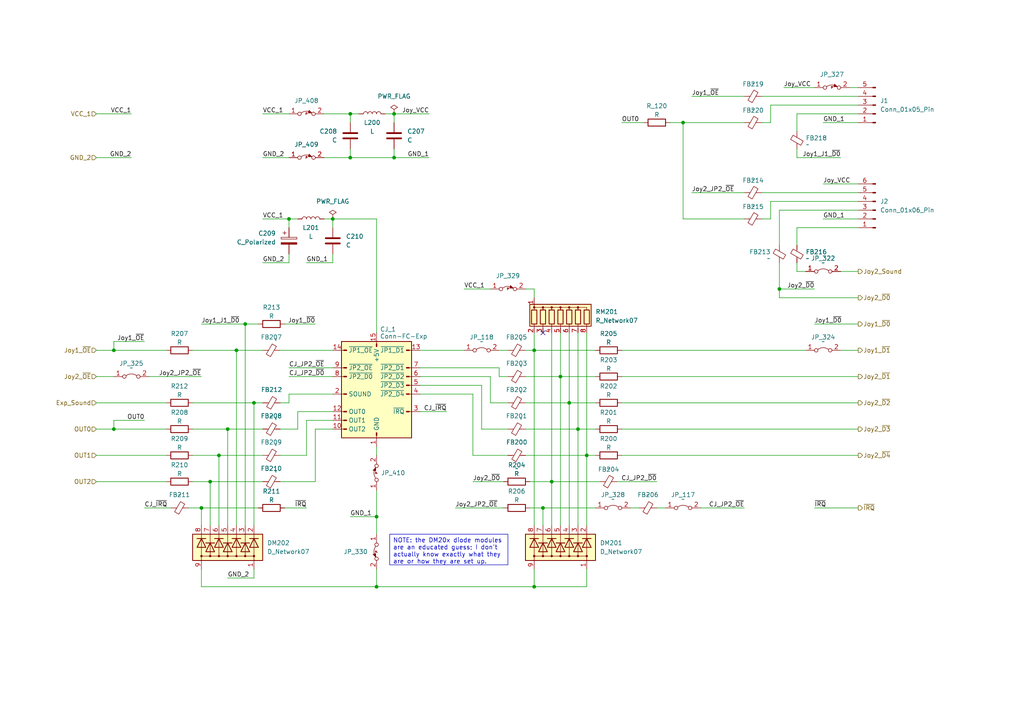
<source format=kicad_sch>
(kicad_sch (version 20231120) (generator "eeschema") (generator_version "8.0")
  (paper "A4")
  (lib_symbols
    (symbol "Connector:Conn_01x05_Pin" (pin_names (offset 1.016) hide)
      (property "Reference" "J" (at 0 7.62 0))
      (property "Value" "Conn_01x05_Pin" (at 0 -7.62 0))
      (symbol "Conn_01x05_Pin_1_1"
        (polyline (pts (xy 1.27 -5.08) (xy 0.8636 -5.08)) (stroke (width 0.1524)))
        (polyline (pts (xy 1.27 -2.54) (xy 0.8636 -2.54)) (stroke (width 0.1524)))
        (polyline (pts (xy 1.27 0) (xy 0.8636 0)) (stroke (width 0.1524)))
        (polyline (pts (xy 1.27 2.54) (xy 0.8636 2.54)) (stroke (width 0.1524)))
        (polyline (pts (xy 1.27 5.08) (xy 0.8636 5.08)) (stroke (width 0.1524)))
        (rectangle (start 0.8636 -4.953) (end 0 -5.207) (stroke (width 0.1524)) (fill (type outline)))
        (rectangle (start 0.8636 -2.413) (end 0 -2.667) (stroke (width 0.1524)) (fill (type outline)))
        (rectangle (start 0.8636 0.127) (end 0 -0.127) (stroke (width 0.1524)) (fill (type outline)))
        (rectangle (start 0.8636 2.667) (end 0 2.413) (stroke (width 0.1524)) (fill (type outline)))
        (rectangle (start 0.8636 5.207) (end 0 4.953) (stroke (width 0.1524)) (fill (type outline)))
        (pin passive line (at 5.08 5.08 180) (length 3.81) (name "Pin_1") (number "1"))
        (pin passive line (at 5.08 2.54 180) (length 3.81) (name "Pin_2") (number "2"))
        (pin passive line (at 5.08 0 180) (length 3.81) (name "Pin_3") (number "3"))
        (pin passive line (at 5.08 -2.54 180) (length 3.81) (name "Pin_4") (number "4"))
        (pin passive line (at 5.08 -5.08 180) (length 3.81) (name "Pin_5") (number "5"))
      )
    )
    (symbol "Connector:Conn_01x06_Pin" (pin_names (offset 1.016) hide)
      (property "Reference" "J" (at 0 7.62 0))
      (property "Value" "Conn_01x06_Pin" (at 0 -10.16 0))
      (symbol "Conn_01x06_Pin_1_1"
        (polyline (pts (xy 1.27 -7.62) (xy 0.8636 -7.62)) (stroke (width 0.1524)))
        (polyline (pts (xy 1.27 -5.08) (xy 0.8636 -5.08)) (stroke (width 0.1524)))
        (polyline (pts (xy 1.27 -2.54) (xy 0.8636 -2.54)) (stroke (width 0.1524)))
        (polyline (pts (xy 1.27 0) (xy 0.8636 0)) (stroke (width 0.1524)))
        (polyline (pts (xy 1.27 2.54) (xy 0.8636 2.54)) (stroke (width 0.1524)))
        (polyline (pts (xy 1.27 5.08) (xy 0.8636 5.08)) (stroke (width 0.1524)))
        (rectangle (start 0.8636 -7.493) (end 0 -7.747) (stroke (width 0.1524)) (fill (type outline)))
        (rectangle (start 0.8636 -4.953) (end 0 -5.207) (stroke (width 0.1524)) (fill (type outline)))
        (rectangle (start 0.8636 -2.413) (end 0 -2.667) (stroke (width 0.1524)) (fill (type outline)))
        (rectangle (start 0.8636 0.127) (end 0 -0.127) (stroke (width 0.1524)) (fill (type outline)))
        (rectangle (start 0.8636 2.667) (end 0 2.413) (stroke (width 0.1524)) (fill (type outline)))
        (rectangle (start 0.8636 5.207) (end 0 4.953) (stroke (width 0.1524)) (fill (type outline)))
        (pin passive line (at 5.08 5.08 180) (length 3.81) (name "Pin_1") (number "1"))
        (pin passive line (at 5.08 2.54 180) (length 3.81) (name "Pin_2") (number "2"))
        (pin passive line (at 5.08 0 180) (length 3.81) (name "Pin_3") (number "3"))
        (pin passive line (at 5.08 -2.54 180) (length 3.81) (name "Pin_4") (number "4"))
        (pin passive line (at 5.08 -5.08 180) (length 3.81) (name "Pin_5") (number "5"))
        (pin passive line (at 5.08 -7.62 180) (length 3.81) (name "Pin_6") (number "6"))
      )
    )
    (symbol "Device:C" (pin_numbers hide) (pin_names (offset 0.254))
      (property "Reference" "C" (at 0.635 2.54 0))
      (property "Value" "C" (at 0.635 -2.54 0))
      (symbol "C_0_1"
        (polyline (pts (xy -2.032 -0.762) (xy 2.032 -0.762)) (stroke (width 0.508)))
        (polyline (pts (xy -2.032 0.762) (xy 2.032 0.762)) (stroke (width 0.508)))
      )
      (symbol "C_1_1"
        (pin passive line (at 0 3.81 270) (length 2.794) (name "~") (number "1"))
        (pin passive line (at 0 -3.81 90) (length 2.794) (name "~") (number "2"))
      )
    )
    (symbol "Device:C_Polarized" (pin_numbers hide) (pin_names (offset 0.254))
      (property "Reference" "C" (at 0.635 2.54 0))
      (property "Value" "C_Polarized" (at 0.635 -2.54 0))
      (symbol "C_Polarized_0_1"
        (rectangle (start -2.286 0.508) (end 2.286 1.016))
        (polyline (pts (xy -1.778 2.286) (xy -0.762 2.286)))
        (polyline (pts (xy -1.27 2.794) (xy -1.27 1.778)))
        (rectangle (start 2.286 -0.508) (end -2.286 -1.016) (fill (type outline)))
      )
      (symbol "C_Polarized_1_1"
        (pin passive line (at 0 3.81 270) (length 2.794) (name "~") (number "1"))
        (pin passive line (at 0 -3.81 90) (length 2.794) (name "~") (number "2"))
      )
    )
    (symbol "Device:FerriteBead_Small" (pin_numbers hide) (pin_names (offset 0))
      (property "Reference" "FB" (at 1.905 1.27 0))
      (property "Value" "FerriteBead_Small" (at 1.905 -1.27 0))
      (symbol "FerriteBead_Small_0_1"
        (polyline (pts (xy 0 -1.27) (xy 0 -0.7874)))
        (polyline (pts (xy 0 0.889) (xy 0 1.2954)))
        (polyline (pts (xy -1.8288 0.2794) (xy -1.1176 1.4986) (xy 1.8288 -0.2032) (xy 1.1176 -1.4224) (xy -1.8288 0.2794)))
      )
      (symbol "FerriteBead_Small_1_1"
        (pin passive line (at 0 2.54 270) (length 1.27) (name "~") (number "1"))
        (pin passive line (at 0 -2.54 90) (length 1.27) (name "~") (number "2"))
      )
    )
    (symbol "Device:L" (pin_numbers hide) (pin_names (offset 1.016) hide)
      (property "Reference" "L" (at -1.27 0 90))
      (property "Value" "L" (at 1.905 0 90))
      (symbol "L_0_1"
        (arc (start 0 -2.54) (mid 0.6323 -1.905) (end 0 -1.27))
        (arc (start 0 -1.27) (mid 0.6323 -0.635) (end 0 0))
        (arc (start 0 0) (mid 0.6323 0.635) (end 0 1.27))
        (arc (start 0 1.27) (mid 0.6323 1.905) (end 0 2.54))
      )
      (symbol "L_1_1"
        (pin passive line (at 0 3.81 270) (length 1.27) (name "1") (number "1"))
        (pin passive line (at 0 -3.81 90) (length 1.27) (name "2") (number "2"))
      )
    )
    (symbol "Device:R" (pin_numbers hide) (pin_names (offset 0))
      (property "Reference" "R" (at 2.032 0 90))
      (property "Value" "R" (at 0 0 90))
      (symbol "R_0_1"
        (rectangle (start -1.016 -2.54) (end 1.016 2.54) (stroke (width 0.254)))
      )
      (symbol "R_1_1"
        (pin passive line (at 0 3.81 270) (length 1.27) (name "~") (number "1"))
        (pin passive line (at 0 -3.81 90) (length 1.27) (name "~") (number "2"))
      )
    )
    (symbol "Device:R_Network07" (pin_names (offset 0) hide)
      (property "Reference" "RN" (at -10.16 0 90))
      (property "Value" "R_Network07" (at 10.16 0 90))
      (symbol "R_Network07_0_1"
        (rectangle (start -8.89 -3.175) (end 8.89 3.175) (stroke (width 0.254)) (fill (type background)))
        (rectangle (start -8.382 1.524) (end -6.858 -2.54) (stroke (width 0.254)))
        (circle (center -7.62 2.286) (radius 0.254) (fill (type outline)))
        (rectangle (start -5.842 1.524) (end -4.318 -2.54) (stroke (width 0.254)))
        (circle (center -5.08 2.286) (radius 0.254) (fill (type outline)))
        (rectangle (start -3.302 1.524) (end -1.778 -2.54) (stroke (width 0.254)))
        (circle (center -2.54 2.286) (radius 0.254) (fill (type outline)))
        (rectangle (start -0.762 1.524) (end 0.762 -2.54) (stroke (width 0.254)))
        (polyline (pts (xy -7.62 -2.54) (xy -7.62 -3.81)))
        (polyline (pts (xy -5.08 -2.54) (xy -5.08 -3.81)))
        (polyline (pts (xy -2.54 -2.54) (xy -2.54 -3.81)))
        (polyline (pts (xy 0 -2.54) (xy 0 -3.81)))
        (polyline (pts (xy 2.54 -2.54) (xy 2.54 -3.81)))
        (polyline (pts (xy 5.08 -2.54) (xy 5.08 -3.81)))
        (polyline (pts (xy 7.62 -2.54) (xy 7.62 -3.81)))
        (polyline (pts (xy -7.62 1.524) (xy -7.62 2.286) (xy -5.08 2.286) (xy -5.08 1.524)))
        (polyline (pts (xy -5.08 1.524) (xy -5.08 2.286) (xy -2.54 2.286) (xy -2.54 1.524)))
        (polyline (pts (xy -2.54 1.524) (xy -2.54 2.286) (xy 0 2.286) (xy 0 1.524)))
        (polyline (pts (xy 0 1.524) (xy 0 2.286) (xy 2.54 2.286) (xy 2.54 1.524)))
        (polyline (pts (xy 2.54 1.524) (xy 2.54 2.286) (xy 5.08 2.286) (xy 5.08 1.524)))
        (polyline (pts (xy 5.08 1.524) (xy 5.08 2.286) (xy 7.62 2.286) (xy 7.62 1.524)))
        (circle (center 0 2.286) (radius 0.254) (fill (type outline)))
        (rectangle (start 1.778 1.524) (end 3.302 -2.54) (stroke (width 0.254)))
        (circle (center 2.54 2.286) (radius 0.254) (fill (type outline)))
        (rectangle (start 4.318 1.524) (end 5.842 -2.54) (stroke (width 0.254)))
        (circle (center 5.08 2.286) (radius 0.254) (fill (type outline)))
        (rectangle (start 6.858 1.524) (end 8.382 -2.54) (stroke (width 0.254)))
      )
      (symbol "R_Network07_1_1"
        (pin passive line (at -7.62 5.08 270) (length 2.54) (name "common") (number "1"))
        (pin passive line (at -7.62 -5.08 90) (length 1.27) (name "R1") (number "2"))
        (pin passive line (at -5.08 -5.08 90) (length 1.27) (name "R2") (number "3"))
        (pin passive line (at -2.54 -5.08 90) (length 1.27) (name "R3") (number "4"))
        (pin passive line (at 0 -5.08 90) (length 1.27) (name "R4") (number "5"))
        (pin passive line (at 2.54 -5.08 90) (length 1.27) (name "R5") (number "6"))
        (pin passive line (at 5.08 -5.08 90) (length 1.27) (name "R6") (number "7"))
        (pin passive line (at 7.62 -5.08 90) (length 1.27) (name "R7") (number "8"))
      )
    )
    (symbol "FerriteBead_Small_1" (pin_numbers hide) (pin_names (offset 0))
      (property "Reference" "FB" (at 1.905 1.27 0))
      (property "Value" "FerriteBead_Small" (at 1.905 -1.27 0))
      (symbol "FerriteBead_Small_1_0_1"
        (polyline (pts (xy 0 -1.27) (xy 0 -0.7874)))
        (polyline (pts (xy 0 0.889) (xy 0 1.2954)))
        (polyline (pts (xy -1.8288 0.2794) (xy -1.1176 1.4986) (xy 1.8288 -0.2032) (xy 1.1176 -1.4224) (xy -1.8288 0.2794)))
      )
      (symbol "FerriteBead_Small_1_1_1"
        (pin passive line (at 0 2.54 270) (length 1.27) (name "~") (number "1"))
        (pin passive line (at 0 -2.54 90) (length 1.27) (name "~") (number "2"))
      )
    )
    (symbol "Jumper:Jumper_2_Bridged" (pin_names (offset 0) hide)
      (property "Reference" "JP" (at 0 1.905 0))
      (property "Value" "Jumper_2_Bridged" (at 0 -2.54 0))
      (symbol "Jumper_2_Bridged_0_0"
        (circle (center -2.032 0) (radius 0.508))
        (circle (center 2.032 0) (radius 0.508))
      )
      (symbol "Jumper_2_Bridged_0_1"
        (arc (start 1.524 0.254) (mid 0 0.762) (end -1.524 0.254))
      )
      (symbol "Jumper_2_Bridged_1_1"
        (pin passive line (at -5.08 0 0) (length 2.54) (name "A") (number "1"))
        (pin passive line (at 5.08 0 180) (length 2.54) (name "B") (number "2"))
      )
    )
    (symbol "power:PWR_FLAG" (power) (pin_numbers hide) (pin_names (offset 0) hide)
      (property "Value" "PWR_FLAG" (at 0 3.81 0))
      (symbol "PWR_FLAG_0_0"
        (pin power_out line (at 0 0 90) (length 0) (name "~") (number "1"))
      )
      (symbol "PWR_FLAG_0_1"
        (polyline (pts (xy 0 0) (xy 0 1.27) (xy -1.016 1.905) (xy 0 2.54) (xy 1.016 1.905) (xy 0 1.27)))
      )
    )
    (symbol "project-lib:Conn-FC-Exp" (pin_names (offset 2.032))
      (property "Reference" "J" (at 1.778 17.526 0))
      (property "Value" "Conn-FC-Exp" (at 7.874 15.494 0))
      (symbol "Conn-FC-Exp_0_1"
        (rectangle (start -10.16 13.97) (end 10.16 -13.97) (stroke (width 0.254)) (fill (type background)))
      )
      (symbol "Conn-FC-Exp_1_1"
        (rectangle (start -9.525 -11.303) (end -8.6614 -11.557) (stroke (width 0.1524)) (fill (type outline)))
        (rectangle (start -8.6614 -9.017) (end -9.525 -8.763) (stroke (width 0.1524)) (fill (type outline)))
        (rectangle (start -8.6614 -6.477) (end -9.525 -6.223) (stroke (width 0.1524)) (fill (type outline)))
        (rectangle (start -8.6614 -1.397) (end -9.525 -1.143) (stroke (width 0.1524)) (fill (type outline)))
        (rectangle (start -8.6614 3.683) (end -9.525 3.937) (stroke (width 0.1524)) (fill (type outline)))
        (rectangle (start -8.6614 6.223) (end -9.525 6.477) (stroke (width 0.1524)) (fill (type outline)))
        (rectangle (start -8.6614 11.303) (end -9.525 11.557) (stroke (width 0.1524)) (fill (type outline)))
        (rectangle (start -0.127 -12.446) (end 0.127 -13.3096) (stroke (width 0.1524)) (fill (type outline)))
        (rectangle (start -0.127 13.335) (end 0.127 12.4714) (stroke (width 0.1524)) (fill (type outline)))
        (polyline (pts (xy -10.16 -11.43) (xy -9.525 -11.43)) (stroke (width 0.1524)))
        (polyline (pts (xy -10.16 -8.89) (xy -9.525 -8.89)) (stroke (width 0.1524)))
        (polyline (pts (xy -10.16 -6.35) (xy -9.525 -6.35)) (stroke (width 0.1524)))
        (polyline (pts (xy -10.16 -1.27) (xy -9.525 -1.27)) (stroke (width 0.1524)))
        (polyline (pts (xy -10.16 3.81) (xy -9.525 3.81)) (stroke (width 0.1524)))
        (polyline (pts (xy -10.16 6.35) (xy -9.525 6.35)) (stroke (width 0.1524)))
        (polyline (pts (xy -10.16 11.43) (xy -9.525 11.43)) (stroke (width 0.1524)))
        (polyline (pts (xy 0 -13.97) (xy 0 -13.335)) (stroke (width 0.1524)))
        (polyline (pts (xy 0 13.97) (xy 0 13.335)) (stroke (width 0.1524)))
        (polyline (pts (xy 10.16 -6.35) (xy 9.525 -6.35)) (stroke (width 0.1524)))
        (polyline (pts (xy 10.16 -1.27) (xy 9.525 -1.27)) (stroke (width 0.1524)))
        (polyline (pts (xy 10.16 1.27) (xy 9.525 1.27)) (stroke (width 0.1524)))
        (polyline (pts (xy 10.16 3.81) (xy 9.525 3.81)) (stroke (width 0.1524)))
        (polyline (pts (xy 10.16 6.35) (xy 9.525 6.35)) (stroke (width 0.1524)))
        (polyline (pts (xy 10.16 11.43) (xy 9.525 11.43)) (stroke (width 0.1524)))
        (rectangle (start 8.636 -6.223) (end 9.4996 -6.477) (stroke (width 0.1524)) (fill (type outline)))
        (rectangle (start 8.636 -1.143) (end 9.4996 -1.397) (stroke (width 0.1524)) (fill (type outline)))
        (rectangle (start 8.636 1.397) (end 9.4996 1.143) (stroke (width 0.1524)) (fill (type outline)))
        (rectangle (start 8.636 3.937) (end 9.4996 3.683) (stroke (width 0.1524)) (fill (type outline)))
        (rectangle (start 8.636 6.477) (end 9.4996 6.223) (stroke (width 0.1524)) (fill (type outline)))
        (rectangle (start 8.636 11.557) (end 9.4996 11.303) (stroke (width 0.1524)) (fill (type outline)))
        (pin power_in line (at 0 -16.51 90) (length 2.54) (name "GND") (number "1"))
        (pin input line (at -12.7 -11.43 0) (length 2.54) (name "OUT2") (number "10"))
        (pin input line (at -12.7 -8.89 0) (length 2.54) (name "OUT1") (number "11"))
        (pin input line (at -12.7 -6.35 0) (length 2.54) (name "OUT0") (number "12"))
        (pin output line (at 12.7 11.43 180) (length 2.54) (name "~{JP1_D1}") (number "13"))
        (pin input line (at -12.7 11.43 0) (length 2.54) (name "~{JP1_OE}") (number "14"))
        (pin power_in line (at 0 16.51 270) (length 2.54) (name "+5V") (number "15"))
        (pin input line (at -12.7 -1.27 0) (length 2.54) (name "SOUND") (number "2"))
        (pin open_collector line (at 12.7 -6.35 180) (length 2.54) (name "~{IRQ}") (number "3"))
        (pin output line (at 12.7 -1.27 180) (length 2.54) (name "~{JP2_D4}") (number "4"))
        (pin output line (at 12.7 1.27 180) (length 2.54) (name "~{JP2_D3}") (number "5"))
        (pin output line (at 12.7 3.81 180) (length 2.54) (name "~{JP2_D2}") (number "6"))
        (pin output line (at 12.7 6.35 180) (length 2.54) (name "~{JP2_D1}") (number "7"))
        (pin input line (at -12.7 3.81 0) (length 2.54) (name "~{JP2_D0}") (number "8"))
        (pin input line (at -12.7 6.35 0) (length 2.54) (name "~{JP2_OE}") (number "9"))
      )
    )
    (symbol "project-lib:D_Network07" (pin_names hide)
      (property "Reference" "DM" (at -4.064 12.7 0))
      (property "Value" "D_Network07" (at -4.064 10.668 0))
      (symbol "D_Network07_0_1"
        (rectangle (start -3.81 10.16) (end 3.81 -10.16) (stroke (width 0.254)) (fill (type background)))
        (polyline (pts (xy -2.54 -6.35) (xy -2.54 -8.89)) (stroke (width 0.254)))
        (polyline (pts (xy -2.54 -1.27) (xy -2.54 -3.81)) (stroke (width 0.254)))
        (polyline (pts (xy -2.54 3.81) (xy -2.54 1.27)) (stroke (width 0.254)))
        (polyline (pts (xy -2.54 8.89) (xy -2.54 6.35)) (stroke (width 0.254)))
        (polyline (pts (xy -1.27 -3.81) (xy -1.27 -6.35)) (stroke (width 0.254)))
        (polyline (pts (xy -1.27 1.27) (xy -1.27 -1.27)) (stroke (width 0.254)))
        (polyline (pts (xy -1.27 6.35) (xy -1.27 3.81)) (stroke (width 0.254)))
        (polyline (pts (xy 2.54 -5.08) (xy -3.81 -5.08)))
        (polyline (pts (xy 2.54 -2.54) (xy -3.81 -2.54)))
        (polyline (pts (xy 2.54 0) (xy -3.81 0)))
        (polyline (pts (xy 2.54 2.54) (xy -3.81 2.54)))
        (polyline (pts (xy 2.54 5.08) (xy -3.81 5.08)))
        (polyline (pts (xy 2.54 7.62) (xy 2.54 -7.62)))
        (polyline (pts (xy 3.81 -7.62) (xy -3.81 -7.62)))
        (polyline (pts (xy 3.81 7.62) (xy -3.81 7.62)))
        (polyline (pts (xy 0 -6.35) (xy 0 -8.89) (xy -2.54 -7.62) (xy 0 -6.35)) (stroke (width 0.254)))
        (polyline (pts (xy 0 -1.27) (xy 0 -3.81) (xy -2.54 -2.54) (xy 0 -1.27)) (stroke (width 0.254)))
        (polyline (pts (xy 0 3.81) (xy 0 1.27) (xy -2.54 2.54) (xy 0 3.81)) (stroke (width 0.254)))
        (polyline (pts (xy 0 8.89) (xy 0 6.35) (xy -2.54 7.62) (xy 0 8.89)) (stroke (width 0.254)))
        (polyline (pts (xy 1.27 -3.81) (xy 1.27 -6.35) (xy -1.27 -5.08) (xy 1.27 -3.81)) (stroke (width 0.254)))
        (polyline (pts (xy 1.27 1.27) (xy 1.27 -1.27) (xy -1.27 0) (xy 1.27 1.27)) (stroke (width 0.254)))
        (polyline (pts (xy 1.27 6.35) (xy 1.27 3.81) (xy -1.27 5.08) (xy 1.27 6.35)) (stroke (width 0.254)))
        (circle (center 2.54 -7.62) (radius 0.254) (fill (type outline)))
        (circle (center 2.54 -5.08) (radius 0.254) (fill (type outline)))
        (circle (center 2.54 -2.54) (radius 0.254) (fill (type outline)))
        (circle (center 2.54 0) (radius 0.254) (fill (type outline)))
        (circle (center 2.54 2.54) (radius 0.254) (fill (type outline)))
        (circle (center 2.54 5.08) (radius 0.254) (fill (type outline)))
        (circle (center 2.54 7.62) (radius 0.254) (fill (type outline)))
      )
      (symbol "D_Network07_1_1"
        (pin passive line (at 6.35 7.62 180) (length 2.54) (name "A") (number "1"))
        (pin passive line (at -6.35 7.62 0) (length 2.54) (name "K1") (number "2"))
        (pin passive line (at -6.35 5.08 0) (length 2.54) (name "K2") (number "3"))
        (pin passive line (at -6.35 2.54 0) (length 2.54) (name "K3") (number "4"))
        (pin passive line (at -6.35 0 0) (length 2.54) (name "K4") (number "5"))
        (pin passive line (at -6.35 -2.54 0) (length 2.54) (name "K5") (number "6"))
        (pin passive line (at -6.35 -5.08 0) (length 2.54) (name "K6") (number "7"))
        (pin passive line (at -6.35 -7.62 0) (length 2.54) (name "K7") (number "8"))
        (pin passive line (at 6.35 -7.62 180) (length 2.54) (name "A2") (number "9"))
      )
    )
    (symbol "project-lib:Jumper_Power_2_Bridged" (pin_names (offset 0) hide)
      (property "Reference" "JP" (at 0 1.905 0))
      (property "Value" "Jumper_Power_2_Bridged" (at 0 -2.54 0))
      (symbol "Jumper_Power_2_Bridged_0_0"
        (circle (center -2.032 0) (radius 0.508))
        (circle (center 2.032 0) (radius 0.508))
      )
      (symbol "Jumper_Power_2_Bridged_0_1"
        (polyline (pts (xy 0.762 1.016) (xy 0.508 0.254) (xy 1.524 0.254) (xy 0.762 1.016)) (fill (type outline)))
        (arc (start 1.524 0.254) (mid 0 0.762) (end -1.524 0.254))
      )
      (symbol "Jumper_Power_2_Bridged_1_1"
        (text "P" (at 0 0 0) (effects (font (size 0.635 0.635))))
        (pin power_in line (at -5.08 0 0) (length 2.54) (name "A") (number "1"))
        (pin power_out line (at 5.08 0 180) (length 2.54) (name "B") (number "2"))
      )
    )
  )
  (junction (at 33.02 124.46))
  (junction (at 226.06 83.82))
  (junction (at 101.6 45.72))
  (junction (at 160.02 139.7))
  (junction (at 109.22 170.18))
  (junction (at 33.02 101.6))
  (junction (at 73.66 116.84))
  (junction (at 154.94 170.18))
  (junction (at 66.04 124.46))
  (junction (at 68.58 101.6))
  (junction (at 71.12 93.98))
  (junction (at 198.12 35.56))
  (junction (at 170.18 132.08))
  (junction (at 83.82 63.5))
  (junction (at 162.56 109.22))
  (junction (at 157.48 147.32))
  (junction (at 63.5 132.08))
  (junction (at 96.52 63.5))
  (junction (at 101.6 33.02))
  (junction (at 167.64 124.46))
  (junction (at 60.96 139.7))
  (junction (at 114.3 33.02))
  (junction (at 114.3 45.72))
  (junction (at 154.94 101.6))
  (junction (at 109.22 149.86))
  (junction (at 165.1 116.84))
  (junction (at 58.42 147.32))
  (no_connect (at 157.48 96.52))
  (wire (pts (xy 137.16 114.3) (xy 121.92 114.3)))
  (wire (pts (xy 180.34 116.84) (xy 248.92 116.84)))
  (wire (pts (xy 27.94 33.02) (xy 38.1 33.02)))
  (wire (pts (xy 109.22 63.5) (xy 109.22 96.52)))
  (wire (pts (xy 248.92 55.88) (xy 220.98 55.88)))
  (wire (pts (xy 114.3 33.02) (xy 111.76 33.02)))
  (wire (pts (xy 227.33 25.4) (xy 236.22 25.4)))
  (wire (pts (xy 162.56 109.22) (xy 172.72 109.22)))
  (wire (pts (xy 81.28 132.08) (xy 88.9 132.08)))
  (wire (pts (xy 157.48 147.32) (xy 157.48 152.4)))
  (wire (pts (xy 185.42 147.32) (xy 182.88 147.32)))
  (wire (pts (xy 114.3 45.72) (xy 124.46 45.72)))
  (wire (pts (xy 231.14 66.04) (xy 248.92 66.04)))
  (wire (pts (xy 236.22 93.98) (xy 248.92 93.98)))
  (wire (pts (xy 109.22 165.1) (xy 109.22 170.18)))
  (wire (pts (xy 231.14 78.74) (xy 231.14 76.2)))
  (wire (pts (xy 152.4 83.82) (xy 154.94 83.82)))
  (wire (pts (xy 198.12 63.5) (xy 215.9 63.5)))
  (wire (pts (xy 66.04 124.46) (xy 66.04 152.4)))
  (wire (pts (xy 134.62 83.82) (xy 142.24 83.82)))
  (wire (pts (xy 114.3 45.72) (xy 101.6 45.72)))
  (wire (pts (xy 82.55 147.32) (xy 88.9 147.32)))
  (wire (pts (xy 220.98 35.56) (xy 223.52 35.56)))
  (wire (pts (xy 121.92 119.38) (xy 129.54 119.38)))
  (wire (pts (xy 27.94 101.6) (xy 33.02 101.6)))
  (wire (pts (xy 88.9 132.08) (xy 88.9 121.92)))
  (wire (pts (xy 139.7 124.46) (xy 147.32 124.46)))
  (wire (pts (xy 180.34 132.08) (xy 248.92 132.08)))
  (wire (pts (xy 27.94 109.22) (xy 33.02 109.22)))
  (wire (pts (xy 180.34 109.22) (xy 248.92 109.22)))
  (wire (pts (xy 33.02 101.6) (xy 48.26 101.6)))
  (wire (pts (xy 154.94 86.36) (xy 154.94 83.82)))
  (wire (pts (xy 152.4 132.08) (xy 170.18 132.08)))
  (wire (pts (xy 146.05 147.32) (xy 132.08 147.32)))
  (wire (pts (xy 193.04 147.32) (xy 190.5 147.32)))
  (wire (pts (xy 109.22 170.18) (xy 154.94 170.18)))
  (wire (pts (xy 76.2 76.2) (xy 83.82 76.2)))
  (wire (pts (xy 76.2 33.02) (xy 83.82 33.02)))
  (wire (pts (xy 91.44 124.46) (xy 96.52 124.46)))
  (wire (pts (xy 139.7 111.76) (xy 121.92 111.76)))
  (wire (pts (xy 81.28 139.7) (xy 91.44 139.7)))
  (wire (pts (xy 60.96 139.7) (xy 76.2 139.7)))
  (wire (pts (xy 146.05 139.7) (xy 137.16 139.7)))
  (wire (pts (xy 73.66 116.84) (xy 73.66 152.4)))
  (wire (pts (xy 231.14 33.02) (xy 248.92 33.02)))
  (wire (pts (xy 63.5 132.08) (xy 63.5 152.4)))
  (wire (pts (xy 152.4 124.46) (xy 167.64 124.46)))
  (wire (pts (xy 93.98 63.5) (xy 96.52 63.5)))
  (wire (pts (xy 180.34 35.56) (xy 186.69 35.56)))
  (wire (pts (xy 74.93 147.32) (xy 58.42 147.32)))
  (wire (pts (xy 154.94 170.18) (xy 170.18 170.18)))
  (wire (pts (xy 248.92 60.96) (xy 226.06 60.96)))
  (wire (pts (xy 91.44 139.7) (xy 91.44 124.46)))
  (wire (pts (xy 165.1 116.84) (xy 172.72 116.84)))
  (wire (pts (xy 137.16 132.08) (xy 137.16 114.3)))
  (wire (pts (xy 27.94 116.84) (xy 48.26 116.84)))
  (wire (pts (xy 238.76 35.56) (xy 248.92 35.56)))
  (wire (pts (xy 101.6 45.72) (xy 101.6 43.18)))
  (wire (pts (xy 243.84 101.6) (xy 248.92 101.6)))
  (wire (pts (xy 152.4 101.6) (xy 154.94 101.6)))
  (wire (pts (xy 86.36 63.5) (xy 83.82 63.5)))
  (wire (pts (xy 233.68 78.74) (xy 231.14 78.74)))
  (wire (pts (xy 167.64 124.46) (xy 167.64 152.4)))
  (wire (pts (xy 76.2 45.72) (xy 83.82 45.72)))
  (wire (pts (xy 231.14 45.72) (xy 231.14 43.18)))
  (wire (pts (xy 223.52 63.5) (xy 220.98 63.5)))
  (wire (pts (xy 236.22 83.82) (xy 226.06 83.82)))
  (wire (pts (xy 83.82 63.5) (xy 83.82 66.04)))
  (wire (pts (xy 66.04 167.64) (xy 73.66 167.64)))
  (wire (pts (xy 104.14 33.02) (xy 101.6 33.02)))
  (wire (pts (xy 170.18 170.18) (xy 170.18 165.1)))
  (wire (pts (xy 96.52 76.2) (xy 96.52 73.66)))
  (wire (pts (xy 167.64 96.52) (xy 167.64 124.46)))
  (wire (pts (xy 83.82 106.68) (xy 96.52 106.68)))
  (wire (pts (xy 55.88 132.08) (xy 63.5 132.08)))
  (wire (pts (xy 165.1 96.52) (xy 165.1 116.84)))
  (wire (pts (xy 60.96 139.7) (xy 60.96 152.4)))
  (wire (pts (xy 86.36 119.38) (xy 96.52 119.38)))
  (wire (pts (xy 33.02 101.6) (xy 33.02 99.06)))
  (wire (pts (xy 142.24 116.84) (xy 147.32 116.84)))
  (wire (pts (xy 200.66 27.94) (xy 215.9 27.94)))
  (wire (pts (xy 152.4 116.84) (xy 165.1 116.84)))
  (wire (pts (xy 144.78 106.68) (xy 121.92 106.68)))
  (wire (pts (xy 223.52 58.42) (xy 223.52 63.5)))
  (wire (pts (xy 248.92 58.42) (xy 223.52 58.42)))
  (wire (pts (xy 226.06 83.82) (xy 226.06 86.36)))
  (wire (pts (xy 160.02 139.7) (xy 173.99 139.7)))
  (wire (pts (xy 153.67 139.7) (xy 160.02 139.7)))
  (wire (pts (xy 121.92 101.6) (xy 134.62 101.6)))
  (wire (pts (xy 180.34 101.6) (xy 233.68 101.6)))
  (wire (pts (xy 142.24 116.84) (xy 142.24 109.22)))
  (wire (pts (xy 114.3 43.18) (xy 114.3 45.72)))
  (wire (pts (xy 73.66 165.1) (xy 73.66 167.64)))
  (wire (pts (xy 58.42 109.22) (xy 43.18 109.22)))
  (wire (pts (xy 160.02 139.7) (xy 160.02 152.4)))
  (wire (pts (xy 162.56 109.22) (xy 162.56 152.4)))
  (wire (pts (xy 144.78 109.22) (xy 147.32 109.22)))
  (wire (pts (xy 226.06 76.2) (xy 226.06 83.82)))
  (wire (pts (xy 93.98 45.72) (xy 101.6 45.72)))
  (wire (pts (xy 114.3 33.02) (xy 124.46 33.02)))
  (wire (pts (xy 101.6 33.02) (xy 101.6 35.56)))
  (wire (pts (xy 243.84 78.74) (xy 248.92 78.74)))
  (wire (pts (xy 86.36 124.46) (xy 86.36 119.38)))
  (wire (pts (xy 58.42 93.98) (xy 71.12 93.98)))
  (wire (pts (xy 55.88 116.84) (xy 73.66 116.84)))
  (wire (pts (xy 160.02 96.52) (xy 160.02 139.7)))
  (wire (pts (xy 33.02 99.06) (xy 41.91 99.06)))
  (wire (pts (xy 200.66 55.88) (xy 215.9 55.88)))
  (wire (pts (xy 194.31 35.56) (xy 198.12 35.56)))
  (wire (pts (xy 88.9 121.92) (xy 96.52 121.92)))
  (wire (pts (xy 109.22 142.24) (xy 109.22 149.86)))
  (wire (pts (xy 27.94 139.7) (xy 48.26 139.7)))
  (wire (pts (xy 58.42 147.32) (xy 58.42 152.4)))
  (wire (pts (xy 81.28 116.84) (xy 83.82 116.84)))
  (wire (pts (xy 96.52 63.5) (xy 109.22 63.5)))
  (wire (pts (xy 33.02 121.92) (xy 33.02 124.46)))
  (wire (pts (xy 243.84 45.72) (xy 231.14 45.72)))
  (wire (pts (xy 198.12 35.56) (xy 198.12 63.5)))
  (wire (pts (xy 93.98 33.02) (xy 101.6 33.02)))
  (wire (pts (xy 238.76 63.5) (xy 248.92 63.5)))
  (wire (pts (xy 83.82 114.3) (xy 96.52 114.3)))
  (wire (pts (xy 68.58 152.4) (xy 68.58 101.6)))
  (wire (pts (xy 226.06 60.96) (xy 226.06 71.12)))
  (wire (pts (xy 165.1 116.84) (xy 165.1 152.4)))
  (wire (pts (xy 144.78 109.22) (xy 144.78 106.68)))
  (wire (pts (xy 109.22 149.86) (xy 109.22 154.94)))
  (wire (pts (xy 81.28 124.46) (xy 86.36 124.46)))
  (wire (pts (xy 74.93 93.98) (xy 71.12 93.98)))
  (wire (pts (xy 246.38 25.4) (xy 248.92 25.4)))
  (wire (pts (xy 223.52 35.56) (xy 223.52 30.48)))
  (wire (pts (xy 81.28 101.6) (xy 96.52 101.6)))
  (wire (pts (xy 58.42 165.1) (xy 58.42 170.18)))
  (wire (pts (xy 154.94 165.1) (xy 154.94 170.18)))
  (wire (pts (xy 83.82 116.84) (xy 83.82 114.3)))
  (wire (pts (xy 220.98 27.94) (xy 248.92 27.94)))
  (wire (pts (xy 170.18 132.08) (xy 170.18 152.4)))
  (wire (pts (xy 66.04 124.46) (xy 76.2 124.46)))
  (wire (pts (xy 238.76 53.34) (xy 248.92 53.34)))
  (wire (pts (xy 96.52 63.5) (xy 96.52 66.04)))
  (wire (pts (xy 203.2 147.32) (xy 215.9 147.32)))
  (wire (pts (xy 88.9 76.2) (xy 96.52 76.2)))
  (wire (pts (xy 154.94 101.6) (xy 172.72 101.6)))
  (wire (pts (xy 144.78 101.6) (xy 147.32 101.6)))
  (wire (pts (xy 83.82 109.22) (xy 96.52 109.22)))
  (wire (pts (xy 58.42 170.18) (xy 109.22 170.18)))
  (wire (pts (xy 139.7 124.46) (xy 139.7 111.76)))
  (wire (pts (xy 154.94 101.6) (xy 154.94 96.52)))
  (wire (pts (xy 71.12 93.98) (xy 71.12 152.4)))
  (wire (pts (xy 76.2 132.08) (xy 63.5 132.08)))
  (wire (pts (xy 27.94 45.72) (xy 38.1 45.72)))
  (wire (pts (xy 114.3 33.02) (xy 114.3 35.56)))
  (wire (pts (xy 154.94 101.6) (xy 154.94 152.4)))
  (wire (pts (xy 190.5 139.7) (xy 179.07 139.7)))
  (wire (pts (xy 223.52 30.48) (xy 248.92 30.48)))
  (wire (pts (xy 41.91 121.92) (xy 33.02 121.92)))
  (wire (pts (xy 137.16 132.08) (xy 147.32 132.08)))
  (wire (pts (xy 152.4 109.22) (xy 162.56 109.22)))
  (wire (pts (xy 68.58 101.6) (xy 76.2 101.6)))
  (wire (pts (xy 231.14 33.02) (xy 231.14 38.1)))
  (wire (pts (xy 170.18 96.52) (xy 170.18 132.08)))
  (wire (pts (xy 76.2 63.5) (xy 83.82 63.5)))
  (wire (pts (xy 83.82 76.2) (xy 83.82 73.66)))
  (wire (pts (xy 55.88 101.6) (xy 68.58 101.6)))
  (wire (pts (xy 76.2 116.84) (xy 73.66 116.84)))
  (wire (pts (xy 231.14 66.04) (xy 231.14 71.12)))
  (wire (pts (xy 167.64 124.46) (xy 172.72 124.46)))
  (wire (pts (xy 162.56 96.52) (xy 162.56 109.22)))
  (wire (pts (xy 198.12 35.56) (xy 215.9 35.56)))
  (wire (pts (xy 226.06 86.36) (xy 248.92 86.36)))
  (wire (pts (xy 49.53 147.32) (xy 41.91 147.32)))
  (wire (pts (xy 27.94 124.46) (xy 33.02 124.46)))
  (wire (pts (xy 157.48 147.32) (xy 153.67 147.32)))
  (wire (pts (xy 55.88 124.46) (xy 66.04 124.46)))
  (wire (pts (xy 27.94 132.08) (xy 48.26 132.08)))
  (wire (pts (xy 33.02 124.46) (xy 48.26 124.46)))
  (wire (pts (xy 91.44 93.98) (xy 82.55 93.98)))
  (wire (pts (xy 55.88 139.7) (xy 60.96 139.7)))
  (wire (pts (xy 101.6 149.86) (xy 109.22 149.86)))
  (wire (pts (xy 180.34 124.46) (xy 248.92 124.46)))
  (wire (pts (xy 172.72 147.32) (xy 157.48 147.32)))
  (wire (pts (xy 170.18 132.08) (xy 172.72 132.08)))
  (wire (pts (xy 54.61 147.32) (xy 58.42 147.32)))
  (wire (pts (xy 109.22 132.08) (xy 109.22 129.54)))
  (wire (pts (xy 236.22 147.32) (xy 248.92 147.32)))
  (wire (pts (xy 142.24 109.22) (xy 121.92 109.22)))
  (text_box "NOTE: the DM20x diode modules are an educated guess; I don't actually know exactly what they are or how they are set up." (at 113.03 154.94 0) (size 34.29 8.89) (effects (font (size 1.27 1.27)) (justify left top)))
  (label "VCC_1" (at 76.2 33.02 0))
  (label "Joy1_J1_~{D0}" (at 243.84 45.72 180))
  (label "GND_2" (at 76.2 45.72 0))
  (label "GND_1" (at 124.46 45.72 180))
  (label "VCC_1" (at 134.62 83.82 0))
  (label "~{IRQ}" (at 236.22 147.32 0))
  (label "Joy2_JP2_~{OE}" (at 58.42 109.22 180))
  (label "Joy_VCC" (at 238.76 53.34 0))
  (label "GND_1" (at 88.9 76.2 0))
  (label "Joy_VCC" (at 124.46 33.02 180))
  (label "Joy1_~{OE}" (at 41.91 99.06 180))
  (label "GND_2" (at 66.04 167.64 0))
  (label "Joy1_~{D0}" (at 236.22 93.98 0))
  (label "CJ_~{IRQ}" (at 41.91 147.32 0))
  (label "GND_1" (at 238.76 63.5 0))
  (label "Joy2_~{D0}" (at 137.16 139.7 0))
  (label "Joy1_J1_~{D0}" (at 58.42 93.98 0))
  (label "GND_2" (at 38.1 45.72 180))
  (label "GND_1" (at 238.76 35.56 0))
  (label "VCC_1" (at 38.1 33.02 180))
  (label "Joy2_JP2_~{OE}" (at 132.08 147.32 0))
  (label "GND_2" (at 76.2 76.2 0))
  (label "~{IRQ}" (at 88.9 147.32 180))
  (label "VCC_1" (at 76.2 63.5 0))
  (label "CJ_JP2_~{OE}" (at 215.9 147.32 180))
  (label "OUT0" (at 41.91 121.92 180))
  (label "CJ_JP2_~{OE}" (at 83.82 106.68 0))
  (label "Joy_VCC" (at 227.33 25.4 0))
  (label "GND_1" (at 101.6 149.86 0))
  (label "CJ_JP2_~{D0}" (at 190.5 139.7 180))
  (label "Joy2_JP2_~{OE}" (at 200.66 55.88 0))
  (label "Joy1_~{OE}" (at 200.66 27.94 0))
  (label "CJ_~{IRQ}" (at 129.54 119.38 180))
  (label "Joy1_~{D0}" (at 91.44 93.98 180))
  (label "OUT0" (at 180.34 35.56 0))
  (label "Joy2_~{D0}" (at 236.22 83.82 180))
  (label "CJ_JP2_~{D0}" (at 83.82 109.22 0))
  (hierarchical_label "~{IRQ}" (shape output) (at 248.92 147.32 0))
  (hierarchical_label "Joy2_~{D2}" (shape output) (at 248.92 116.84 0))
  (hierarchical_label "Joy2_~{D3}" (shape output) (at 248.92 124.46 0))
  (hierarchical_label "Joy2_~{D1}" (shape output) (at 248.92 109.22 0))
  (hierarchical_label "Joy2_~{OE}" (shape input) (at 27.94 109.22 180))
  (hierarchical_label "OUT1" (shape input) (at 27.94 132.08 180))
  (hierarchical_label "OUT0" (shape input) (at 27.94 124.46 180))
  (hierarchical_label "Joy1_~{OE}" (shape input) (at 27.94 101.6 180))
  (hierarchical_label "Joy2_~{D4}" (shape output) (at 248.92 132.08 0))
  (hierarchical_label "GND_2" (shape input) (at 27.94 45.72 180))
  (hierarchical_label "VCC_1" (shape input) (at 27.94 33.02 180))
  (hierarchical_label "Joy2_Sound" (shape output) (at 248.92 78.74 0))
  (hierarchical_label "OUT2" (shape input) (at 27.94 139.7 180))
  (hierarchical_label "Joy2_~{D0}" (shape output) (at 248.92 86.36 0))
  (hierarchical_label "Joy1_~{D0}" (shape output) (at 248.92 93.98 0))
  (hierarchical_label "Joy1_~{D1}" (shape output) (at 248.92 101.6 0))
  (hierarchical_label "Exp_Sound" (shape input) (at 27.94 116.84 180))
  (symbol (lib_id "Device:FerriteBead_Small") (at 226.06 73.66 180) (unit 1)
    (property "Reference" "FB213" (at 223.52 73.063 0) (effects (justify left)))
    (property "Value" "~" (at 223.52 74.9681 0) (effects (justify left)))
    (property "Description" "Ferrite bead, small symbol" (effects (hide yes)))
  )
  (symbol (lib_id "Device:FerriteBead_Small") (at 78.74 116.84 270) (unit 1)
    (property "Reference" "FB212" (at 78.7781 113.03 90))
    (property "Value" "~" (at 78.7781 120.65 90))
    (property "Description" "Ferrite bead, small symbol" (effects (hide yes)))
  )
  (symbol (lib_id "project-lib:Jumper_Power_2_Bridged") (at 241.3 25.4 0) (unit 1)
    (property "Reference" "JP_327" (at 241.3 21.59 0))
    (property "Value" "Jumper_Power_2_Bridged" (effects (hide yes)))
    (property "Description" "Jumper, for power, 2-pole, closed/bridged" (effects (hide yes)))
  )
  (symbol (lib_id "Device:R_Network07") (at 162.56 91.44 0) (unit 1)
    (property "Reference" "RM201" (at 172.72 90.4239 0) (effects (justify left)))
    (property "Value" "R_Network07" (at 172.72 92.9639 0) (effects (justify left)))
    (property "Footprint" "Resistor_THT:R_Array_SIP8" (effects (hide yes)))
    (property "Datasheet" "http://www.vishay.com/docs/31509/csc.pdf" (effects (hide yes)))
    (property "Description" "7 resistor network, star topology, bussed resistors, small symbol" (effects (hide yes)))
  )
  (symbol (lib_id "Device:R") (at 149.86 147.32 90) (unit 1)
    (property "Reference" "R206" (at 149.86 142.494 90))
    (property "Value" "R" (at 149.86 145.034 90))
    (property "Description" "Resistor" (effects (hide yes)))
  )
  (symbol (lib_id "project-lib:Jumper_Power_2_Bridged") (at 88.9 33.02 0) (unit 1)
    (property "Reference" "JP_408" (at 88.9 29.21 0))
    (property "Value" "Jumper_Power_2_Bridged" (effects (hide yes)))
    (property "Description" "Jumper, for power, 2-pole, closed/bridged" (effects (hide yes)))
  )
  (symbol (lib_id "Device:R") (at 176.53 124.46 90) (unit 1)
    (property "Reference" "R201" (at 176.53 119.634 90))
    (property "Value" "R" (at 176.53 122.174 90))
    (property "Description" "Resistor" (effects (hide yes)))
  )
  (symbol (lib_id "Device:FerriteBead_Small") (at 218.44 55.88 90) (unit 1)
    (property "Reference" "FB214" (at 218.44 52.324 90))
    (property "Value" "~" (at 218.4019 52.07 90))
    (property "Description" "Ferrite bead, small symbol" (effects (hide yes)))
  )
  (symbol (lib_id "power:PWR_FLAG") (at 96.52 63.5 0) (unit 1)
    (property "Reference" "#FLG01" (effects (hide yes)))
    (property "Value" "PWR_FLAG" (at 96.52 58.42 0))
    (property "Description" "Special symbol for telling ERC where power comes from" (effects (hide yes)))
  )
  (symbol (lib_id "Device:R") (at 78.74 93.98 90) (unit 1)
    (property "Reference" "R213" (at 78.74 89.154 90))
    (property "Value" "R" (at 78.74 91.694 90))
    (property "Description" "Resistor" (effects (hide yes)))
  )
  (symbol (lib_id "power:PWR_FLAG") (at 114.3 33.02 0) (unit 1)
    (property "Reference" "#FLG02" (effects (hide yes)))
    (property "Value" "PWR_FLAG" (at 114.3 27.94 0))
    (property "Description" "Special symbol for telling ERC where power comes from" (effects (hide yes)))
  )
  (symbol (lib_id "Device:FerriteBead_Small") (at 78.74 139.7 90) (unit 1)
    (property "Reference" "FB210" (at 78.7019 135.89 90))
    (property "Value" "~" (at 79.9718 137.16 0) (effects (justify left)))
    (property "Description" "Ferrite bead, small symbol" (effects (hide yes)))
  )
  (symbol (lib_id "project-lib:Conn-FC-Exp") (at 109.22 113.03 0) (unit 1)
    (property "Reference" "CJ_1" (at 110.236 95.504 0) (effects (justify left)))
    (property "Value" "Conn-FC-Exp" (at 117.094 97.536 0))
    (property "Datasheet" " ~" (effects (hide yes)))
    (property "Description" "Famicom expansion connector (Famicom side, 15-pin male plug)" (effects (hide yes)))
  )
  (symbol (lib_id "Device:R") (at 176.53 101.6 90) (unit 1)
    (property "Reference" "R205" (at 176.53 96.774 90))
    (property "Value" "R" (at 176.53 99.314 90))
    (property "Description" "Resistor" (effects (hide yes)))
  )
  (symbol (lib_id "Device:FerriteBead_Small") (at 231.14 73.66 180) (unit 1)
    (property "Reference" "FB216" (at 233.68 73.063 0) (effects (justify right)))
    (property "Value" "~" (at 233.68 74.9681 0) (effects (justify right)))
    (property "Description" "Ferrite bead, small symbol" (effects (hide yes)))
  )
  (symbol (lib_id "project-lib:Jumper_Power_2_Bridged") (at 109.22 160.02 90) (mirror x) (unit 1)
    (property "Reference" "JP_330" (at 106.68 160.0199 90) (effects (justify left)))
    (property "Value" "Jumper_Power_2_Bridged" (effects (hide yes)))
    (property "Description" "Jumper, for power, 2-pole, closed/bridged" (effects (hide yes)))
  )
  (symbol (lib_id "Device:C") (at 114.3 39.37 180) (unit 1)
    (property "Reference" "C207" (at 118.11 38.0999 0) (effects (justify right)))
    (property "Value" "C" (at 118.11 40.6399 0) (effects (justify right)))
    (property "Description" "Unpolarized capacitor" (effects (hide yes)))
  )
  (symbol (lib_id "project-lib:Jumper_Power_2_Bridged") (at 109.22 137.16 90) (unit 1)
    (property "Reference" "JP_410" (at 110.49 137.1599 90) (effects (justify right)))
    (property "Value" "Jumper_Power_2_Bridged" (effects (hide yes)))
    (property "Description" "Jumper, for power, 2-pole, closed/bridged" (effects (hide yes)))
  )
  (symbol (lib_id "project-lib:D_Network07") (at 162.56 158.75 270) (unit 1)
    (property "Reference" "DM201" (at 173.99 157.4799 90) (effects (justify left)))
    (property "Value" "D_Network07" (at 173.99 160.0199 90) (effects (justify left)))
    (property "Description" "Diode module, common anode, 7 diodes" (effects (hide yes)))
  )
  (symbol (lib_id "project-lib:Jumper_Power_2_Bridged") (at 88.9 45.72 0) (unit 1)
    (property "Reference" "JP_409" (at 88.9 41.91 0))
    (property "Value" "Jumper_Power_2_Bridged" (effects (hide yes)))
    (property "Description" "Jumper, for power, 2-pole, closed/bridged" (effects (hide yes)))
  )
  (symbol (lib_name "FerriteBead_Small_1") (lib_id "Device:FerriteBead_Small") (at 187.96 147.32 90) (unit 1)
    (property "Reference" "FB206" (at 187.96 143.51 90))
    (property "Value" "~" (at 187.9219 143.51 90))
    (property "Description" "Ferrite bead, small symbol" (effects (hide yes)))
  )
  (symbol (lib_id "Device:R") (at 52.07 124.46 90) (unit 1)
    (property "Reference" "R208" (at 52.07 119.634 90))
    (property "Value" "R" (at 52.07 122.174 90))
    (property "Description" "Resistor" (effects (hide yes)))
  )
  (symbol (lib_id "Device:FerriteBead_Small") (at 176.53 139.7 90) (unit 1)
    (property "Reference" "FB204" (at 176.53 136.144 90))
    (property "Value" "~" (at 176.4919 135.89 90))
    (property "Description" "Ferrite bead, small symbol" (effects (hide yes)))
  )
  (symbol (lib_id "Device:C") (at 101.6 39.37 0) (unit 1)
    (property "Reference" "C208" (at 97.79 38.0999 0) (effects (justify right)))
    (property "Value" "C" (at 97.79 40.6399 0) (effects (justify right)))
    (property "Description" "Unpolarized capacitor" (effects (hide yes)))
  )
  (symbol (lib_id "Device:C_Polarized") (at 83.82 69.85 0) (unit 1)
    (property "Reference" "C209" (at 80.01 67.6909 0) (effects (justify right)))
    (property "Value" "C_Polarized" (at 80.01 70.2309 0) (effects (justify right)))
    (property "Description" "Polarized capacitor" (effects (hide yes)))
  )
  (symbol (lib_id "Jumper:Jumper_2_Bridged") (at 139.7 101.6 0) (unit 1)
    (property "Reference" "JP_118" (at 139.7 97.79 0))
    (property "Value" "~" (at 139.7 99.06 0))
    (property "Description" "Jumper, 2-pole, closed/bridged" (effects (hide yes)))
  )
  (symbol (lib_id "project-lib:Jumper_Power_2_Bridged") (at 147.32 83.82 0) (unit 1)
    (property "Reference" "JP_329" (at 147.32 80.01 0))
    (property "Value" "Jumper_Power_2_Bridged" (effects (hide yes)))
    (property "Description" "Jumper, for power, 2-pole, closed/bridged" (effects (hide yes)))
  )
  (symbol (lib_id "Jumper:Jumper_2_Bridged") (at 38.1 109.22 0) (unit 1)
    (property "Reference" "JP_325" (at 38.1 105.41 0))
    (property "Value" "~" (at 38.1 106.68 0))
    (property "Description" "Jumper, 2-pole, closed/bridged" (effects (hide yes)))
  )
  (symbol (lib_id "Device:FerriteBead_Small") (at 218.44 63.5 90) (unit 1)
    (property "Reference" "FB215" (at 218.44 59.944 90))
    (property "Value" "~" (at 218.4019 59.69 90))
    (property "Description" "Ferrite bead, small symbol" (effects (hide yes)))
  )
  (symbol (lib_id "Connector:Conn_01x06_Pin") (at 254 60.96 180) (unit 1)
    (property "Reference" "J2" (at 255.27 58.4199 0) (effects (justify right)))
    (property "Value" "Conn_01x06_Pin" (at 255.27 60.9599 0) (effects (justify right)))
    (property "Description" "Generic connector, single row, 01x06, script generated" (effects (hide yes)))
  )
  (symbol (lib_id "Device:R") (at 176.53 132.08 90) (unit 1)
    (property "Reference" "R200" (at 176.53 127.254 90))
    (property "Value" "R" (at 176.53 129.794 90))
    (property "Description" "Resistor" (effects (hide yes)))
  )
  (symbol (lib_id "Device:L") (at 107.95 33.02 90) (unit 1)
    (property "Reference" "L200" (at 107.95 35.56 90))
    (property "Value" "L" (at 107.95 38.1 90))
    (property "Description" "Inductor" (effects (hide yes)))
  )
  (symbol (lib_id "Device:FerriteBead_Small") (at 149.86 124.46 90) (unit 1)
    (property "Reference" "FB201" (at 149.8219 120.65 90))
    (property "Value" "~" (at 151.0918 121.92 0) (effects (justify left)))
    (property "Description" "Ferrite bead, small symbol" (effects (hide yes)))
  )
  (symbol (lib_id "Device:FerriteBead_Small") (at 149.86 116.84 90) (unit 1)
    (property "Reference" "FB202" (at 149.8219 113.03 90))
    (property "Value" "~" (at 151.0918 114.3 0) (effects (justify left)))
    (property "Description" "Ferrite bead, small symbol" (effects (hide yes)))
  )
  (symbol (lib_id "Jumper:Jumper_2_Bridged") (at 238.76 78.74 0) (unit 1)
    (property "Reference" "JP_322" (at 238.76 74.93 0))
    (property "Value" "~" (at 238.76 76.2 0))
    (property "Description" "Jumper, 2-pole, closed/bridged" (effects (hide yes)))
  )
  (symbol (lib_id "Device:R") (at 149.86 139.7 90) (unit 1)
    (property "Reference" "R204" (at 149.86 134.874 90))
    (property "Value" "R" (at 149.86 137.414 90))
    (property "Description" "Resistor" (effects (hide yes)))
  )
  (symbol (lib_id "Device:R") (at 176.53 116.84 90) (unit 1)
    (property "Reference" "R202" (at 176.53 112.014 90))
    (property "Value" "R" (at 176.53 114.554 90))
    (property "Description" "Resistor" (effects (hide yes)))
  )
  (symbol (lib_id "Device:FerriteBead_Small") (at 149.86 101.6 90) (unit 1)
    (property "Reference" "FB205" (at 149.8219 97.79 90))
    (property "Value" "~" (at 151.0918 99.06 0) (effects (justify left)))
    (property "Description" "Ferrite bead, small symbol" (effects (hide yes)))
  )
  (symbol (lib_id "Device:R") (at 190.5 35.56 270) (unit 1)
    (property "Reference" "R_120" (at 190.5 30.734 90))
    (property "Value" "R" (at 190.5 33.274 90))
    (property "Description" "Resistor" (effects (hide yes)))
    (property "Note" "Labelled just \"120\" in silkscreen, with markings for a jumper, but a resistor is what was populated." (effects (hide yes)))
  )
  (symbol (lib_id "Device:FerriteBead_Small") (at 218.44 27.94 90) (unit 1)
    (property "Reference" "FB219" (at 218.44 24.384 90))
    (property "Value" "~" (at 218.4019 24.13 90))
    (property "Description" "Ferrite bead, small symbol" (effects (hide yes)))
  )
  (symbol (lib_id "Device:FerriteBead_Small") (at 78.74 124.46 90) (unit 1)
    (property "Reference" "FB208" (at 78.7019 120.65 90))
    (property "Value" "~" (at 79.9718 121.92 0) (effects (justify left)))
    (property "Description" "Ferrite bead, small symbol" (effects (hide yes)))
  )
  (symbol (lib_id "Device:FerriteBead_Small") (at 149.86 132.08 270) (unit 1)
    (property "Reference" "FB200" (at 149.8981 128.27 90))
    (property "Value" "~" (at 149.8981 135.89 90))
    (property "Description" "Ferrite bead, small symbol" (effects (hide yes)))
  )
  (symbol (lib_id "Device:R") (at 52.07 101.6 90) (unit 1)
    (property "Reference" "R207" (at 52.07 96.774 90))
    (property "Value" "R" (at 52.07 99.314 90))
    (property "Description" "Resistor" (effects (hide yes)))
  )
  (symbol (lib_id "Device:R") (at 52.07 132.08 90) (unit 1)
    (property "Reference" "R209" (at 52.07 127.254 90))
    (property "Value" "R" (at 52.07 129.794 90))
    (property "Description" "Resistor" (effects (hide yes)))
  )
  (symbol (lib_id "Connector:Conn_01x05_Pin") (at 254 30.48 180) (unit 1)
    (property "Reference" "J1" (at 255.27 29.2099 0) (effects (justify right)))
    (property "Value" "Conn_01x05_Pin" (at 255.27 31.7499 0) (effects (justify right)))
    (property "Description" "Generic connector, single row, 01x05, script generated" (effects (hide yes)))
  )
  (symbol (lib_id "project-lib:D_Network07") (at 66.04 158.75 270) (unit 1)
    (property "Reference" "DM202" (at 77.47 157.4799 90) (effects (justify left)))
    (property "Value" "D_Network07" (at 77.47 160.0199 90) (effects (justify left)))
    (property "Description" "Diode module, common anode, 7 diodes" (effects (hide yes)))
  )
  (symbol (lib_id "Device:FerriteBead_Small") (at 231.14 40.64 180) (unit 1)
    (property "Reference" "FB218" (at 233.68 40.043 0) (effects (justify right)))
    (property "Value" "~" (at 233.68 41.9481 0) (effects (justify right)))
    (property "Description" "Ferrite bead, small symbol" (effects (hide yes)))
  )
  (symbol (lib_id "Device:FerriteBead_Small") (at 78.74 132.08 90) (unit 1)
    (property "Reference" "FB209" (at 78.7019 128.27 90))
    (property "Value" "~" (at 79.9718 129.54 0) (effects (justify left)))
    (property "Description" "Ferrite bead, small symbol" (effects (hide yes)))
  )
  (symbol (lib_id "Jumper:Jumper_2_Bridged") (at 177.8 147.32 0) (unit 1)
    (property "Reference" "JP_328" (at 177.8 143.51 0))
    (property "Value" "~" (at 177.8 144.78 0))
    (property "Description" "Jumper, 2-pole, closed/bridged" (effects (hide yes)))
  )
  (symbol (lib_id "Jumper:Jumper_2_Bridged") (at 238.76 101.6 0) (unit 1)
    (property "Reference" "JP_324" (at 238.76 97.79 0))
    (property "Value" "~" (at 238.76 99.06 0))
    (property "Description" "Jumper, 2-pole, closed/bridged" (effects (hide yes)))
  )
  (symbol (lib_id "Device:R") (at 78.74 147.32 90) (unit 1)
    (property "Reference" "R211" (at 78.74 142.494 90))
    (property "Value" "R" (at 78.74 145.034 90))
    (property "Description" "Resistor" (effects (hide yes)))
  )
  (symbol (lib_id "Device:R") (at 52.07 116.84 90) (unit 1)
    (property "Reference" "R212" (at 52.07 112.014 90))
    (property "Value" "R" (at 52.07 114.554 90))
    (property "Description" "Resistor" (effects (hide yes)))
  )
  (symbol (lib_id "Device:R") (at 52.07 139.7 90) (unit 1)
    (property "Reference" "R210" (at 52.07 134.874 90))
    (property "Value" "R" (at 52.07 137.414 90))
    (property "Description" "Resistor" (effects (hide yes)))
  )
  (symbol (lib_id "Device:C") (at 96.52 69.85 180) (unit 1)
    (property "Reference" "C210" (at 100.33 68.5799 0) (effects (justify right)))
    (property "Value" "C" (at 100.33 71.1199 0) (effects (justify right)))
    (property "Description" "Unpolarized capacitor" (effects (hide yes)))
  )
  (symbol (lib_id "Device:L") (at 90.17 63.5 90) (unit 1)
    (property "Reference" "L201" (at 90.17 66.04 90))
    (property "Value" "L" (at 90.17 68.58 90))
    (property "Description" "Inductor" (effects (hide yes)))
  )
  (symbol (lib_id "Device:FerriteBead_Small") (at 78.74 101.6 90) (unit 1)
    (property "Reference" "FB207" (at 78.7019 97.79 90))
    (property "Value" "~" (at 79.9718 99.06 0) (effects (justify left)))
    (property "Description" "Ferrite bead, small symbol" (effects (hide yes)))
  )
  (symbol (lib_id "Device:R") (at 176.53 109.22 90) (unit 1)
    (property "Reference" "R203" (at 176.53 104.394 90))
    (property "Value" "R" (at 176.53 106.934 90))
    (property "Description" "Resistor" (effects (hide yes)))
  )
  (symbol (lib_id "Device:FerriteBead_Small") (at 52.07 147.32 270) (unit 1)
    (property "Reference" "FB211" (at 52.07 143.51 90))
    (property "Value" "~" (at 52.1081 143.51 90))
    (property "Description" "Ferrite bead, small symbol" (effects (hide yes)))
  )
  (symbol (lib_id "Device:FerriteBead_Small") (at 149.86 109.22 90) (unit 1)
    (property "Reference" "FB203" (at 149.86 105.41 90))
    (property "Value" "~" (at 151.0918 106.68 0) (effects (justify left)))
    (property "Description" "Ferrite bead, small symbol" (effects (hide yes)))
  )
  (symbol (lib_id "Device:FerriteBead_Small") (at 218.44 35.56 90) (unit 1)
    (property "Reference" "FB220" (at 218.44 32.004 90))
    (property "Value" "~" (at 218.4019 31.75 90))
    (property "Description" "Ferrite bead, small symbol" (effects (hide yes)))
  )
  (symbol (lib_id "Jumper:Jumper_2_Bridged") (at 198.12 147.32 0) (unit 1)
    (property "Reference" "JP_117" (at 198.12 143.51 0))
    (property "Value" "~" (at 198.12 144.78 0))
    (property "Description" "Jumper, 2-pole, closed/bridged" (effects (hide yes)))
  )
)
</source>
